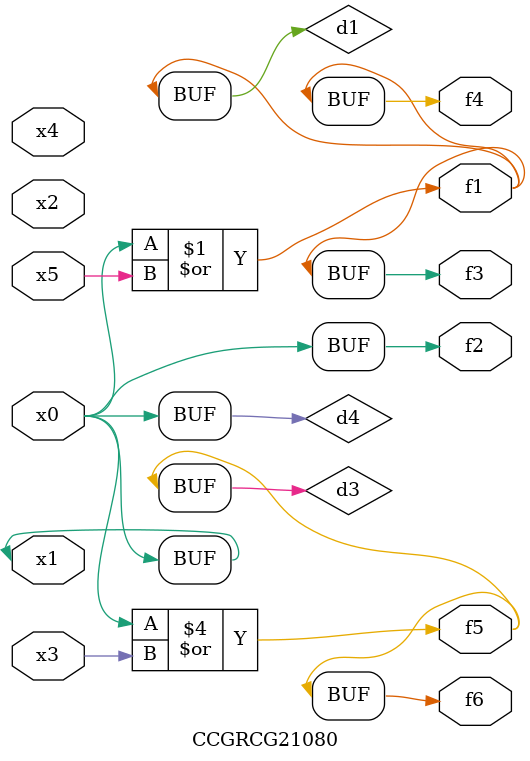
<source format=v>
module CCGRCG21080(
	input x0, x1, x2, x3, x4, x5,
	output f1, f2, f3, f4, f5, f6
);

	wire d1, d2, d3, d4;

	or (d1, x0, x5);
	xnor (d2, x1, x4);
	or (d3, x0, x3);
	buf (d4, x0, x1);
	assign f1 = d1;
	assign f2 = d4;
	assign f3 = d1;
	assign f4 = d1;
	assign f5 = d3;
	assign f6 = d3;
endmodule

</source>
